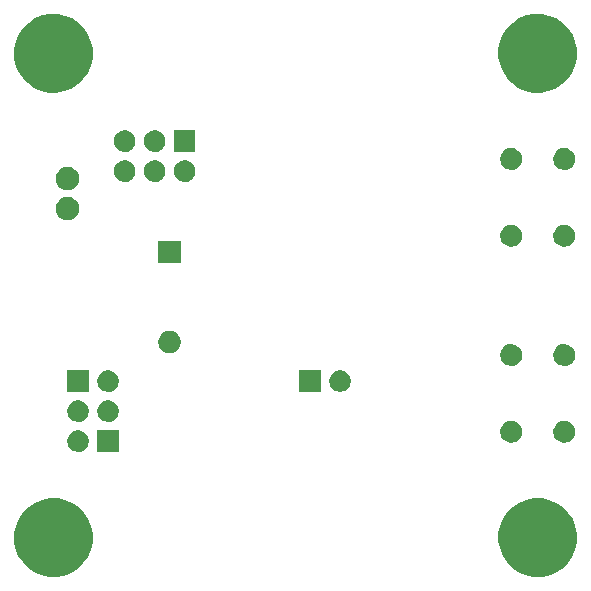
<source format=gbs>
G04 (created by PCBNEW (2013-04-19 BZR 4011)-stable) date 22/12/2014 13:34:27*
%MOIN*%
G04 Gerber Fmt 3.4, Leading zero omitted, Abs format*
%FSLAX34Y34*%
G01*
G70*
G90*
G04 APERTURE LIST*
%ADD10C,0*%
G04 APERTURE END LIST*
G54D10*
G36*
X24090Y-21463D02*
X24089Y-21547D01*
X24071Y-21625D01*
X24041Y-21692D01*
X23995Y-21757D01*
X23942Y-21808D01*
X23875Y-21850D01*
X23806Y-21877D01*
X23728Y-21891D01*
X23655Y-21889D01*
X23577Y-21872D01*
X23510Y-21843D01*
X23444Y-21797D01*
X23393Y-21744D01*
X23350Y-21677D01*
X23323Y-21609D01*
X23309Y-21531D01*
X23310Y-21457D01*
X23326Y-21379D01*
X23355Y-21312D01*
X23400Y-21246D01*
X23452Y-21195D01*
X23519Y-21151D01*
X23587Y-21124D01*
X23666Y-21109D01*
X23739Y-21109D01*
X23817Y-21126D01*
X23884Y-21154D01*
X23951Y-21199D01*
X24002Y-21250D01*
X24047Y-21317D01*
X24074Y-21384D01*
X24090Y-21463D01*
X24090Y-21463D01*
G37*
G36*
X24090Y-22463D02*
X24089Y-22547D01*
X24071Y-22625D01*
X24041Y-22692D01*
X23995Y-22757D01*
X23942Y-22808D01*
X23875Y-22850D01*
X23806Y-22877D01*
X23728Y-22891D01*
X23655Y-22889D01*
X23577Y-22872D01*
X23510Y-22843D01*
X23444Y-22797D01*
X23393Y-22744D01*
X23350Y-22677D01*
X23323Y-22609D01*
X23309Y-22531D01*
X23310Y-22457D01*
X23326Y-22379D01*
X23355Y-22312D01*
X23400Y-22246D01*
X23452Y-22195D01*
X23519Y-22151D01*
X23587Y-22124D01*
X23666Y-22109D01*
X23739Y-22109D01*
X23817Y-22126D01*
X23884Y-22154D01*
X23951Y-22199D01*
X24002Y-22250D01*
X24047Y-22317D01*
X24074Y-22384D01*
X24090Y-22463D01*
X24090Y-22463D01*
G37*
G36*
X24410Y-29216D02*
X24409Y-29293D01*
X24392Y-29365D01*
X24365Y-29427D01*
X24322Y-29487D01*
X24273Y-29534D01*
X24211Y-29573D01*
X24148Y-29598D01*
X24076Y-29610D01*
X24008Y-29609D01*
X23936Y-29593D01*
X23874Y-29566D01*
X23814Y-29524D01*
X23767Y-29476D01*
X23727Y-29413D01*
X23702Y-29351D01*
X23689Y-29278D01*
X23690Y-29211D01*
X23705Y-29138D01*
X23732Y-29077D01*
X23773Y-29016D01*
X23821Y-28969D01*
X23883Y-28928D01*
X23946Y-28903D01*
X24019Y-28889D01*
X24086Y-28889D01*
X24158Y-28904D01*
X24220Y-28930D01*
X24282Y-28972D01*
X24329Y-29019D01*
X24370Y-29081D01*
X24395Y-29143D01*
X24410Y-29216D01*
X24410Y-29216D01*
G37*
G36*
X24410Y-30216D02*
X24409Y-30293D01*
X24392Y-30365D01*
X24365Y-30427D01*
X24322Y-30487D01*
X24273Y-30534D01*
X24211Y-30573D01*
X24148Y-30598D01*
X24076Y-30610D01*
X24008Y-30609D01*
X23936Y-30593D01*
X23874Y-30566D01*
X23814Y-30524D01*
X23767Y-30476D01*
X23727Y-30413D01*
X23702Y-30351D01*
X23689Y-30278D01*
X23690Y-30211D01*
X23705Y-30138D01*
X23732Y-30077D01*
X23773Y-30016D01*
X23821Y-29969D01*
X23883Y-29928D01*
X23946Y-29903D01*
X24019Y-29889D01*
X24086Y-29889D01*
X24158Y-29904D01*
X24220Y-29930D01*
X24282Y-29972D01*
X24329Y-30019D01*
X24370Y-30081D01*
X24395Y-30143D01*
X24410Y-30216D01*
X24410Y-30216D01*
G37*
G36*
X24410Y-28610D02*
X23689Y-28610D01*
X23689Y-27889D01*
X24410Y-27889D01*
X24410Y-28610D01*
X24410Y-28610D01*
G37*
G36*
X24538Y-17195D02*
X24534Y-17486D01*
X24477Y-17739D01*
X24373Y-17971D01*
X24223Y-18184D01*
X24040Y-18359D01*
X23820Y-18498D01*
X23583Y-18590D01*
X23327Y-18635D01*
X23074Y-18630D01*
X22820Y-18574D01*
X22587Y-18472D01*
X22373Y-18324D01*
X22197Y-18141D01*
X22056Y-17923D01*
X21963Y-17687D01*
X21916Y-17431D01*
X21919Y-17177D01*
X21973Y-16923D01*
X22073Y-16690D01*
X22220Y-16475D01*
X22402Y-16297D01*
X22619Y-16155D01*
X22854Y-16060D01*
X23110Y-16011D01*
X23364Y-16013D01*
X23619Y-16065D01*
X23852Y-16163D01*
X24068Y-16309D01*
X24247Y-16489D01*
X24391Y-16706D01*
X24488Y-16940D01*
X24538Y-17195D01*
X24538Y-17195D01*
G37*
G36*
X24538Y-33337D02*
X24534Y-33628D01*
X24477Y-33881D01*
X24373Y-34113D01*
X24223Y-34325D01*
X24040Y-34501D01*
X23820Y-34640D01*
X23583Y-34732D01*
X23327Y-34777D01*
X23074Y-34771D01*
X22820Y-34716D01*
X22587Y-34614D01*
X22373Y-34466D01*
X22197Y-34283D01*
X22056Y-34064D01*
X21963Y-33829D01*
X21916Y-33573D01*
X21919Y-33319D01*
X21973Y-33064D01*
X22073Y-32831D01*
X22220Y-32616D01*
X22402Y-32439D01*
X22619Y-32297D01*
X22854Y-32202D01*
X23110Y-32153D01*
X23364Y-32155D01*
X23619Y-32207D01*
X23852Y-32305D01*
X24068Y-32451D01*
X24247Y-32631D01*
X24391Y-32848D01*
X24488Y-33082D01*
X24538Y-33337D01*
X24538Y-33337D01*
G37*
G36*
X25410Y-28216D02*
X25409Y-28293D01*
X25392Y-28365D01*
X25365Y-28427D01*
X25322Y-28487D01*
X25273Y-28534D01*
X25211Y-28573D01*
X25148Y-28598D01*
X25076Y-28610D01*
X25008Y-28609D01*
X24936Y-28593D01*
X24874Y-28566D01*
X24814Y-28524D01*
X24767Y-28476D01*
X24727Y-28413D01*
X24702Y-28351D01*
X24689Y-28278D01*
X24690Y-28211D01*
X24705Y-28138D01*
X24732Y-28077D01*
X24773Y-28016D01*
X24821Y-27969D01*
X24883Y-27928D01*
X24946Y-27903D01*
X25019Y-27889D01*
X25086Y-27889D01*
X25158Y-27904D01*
X25220Y-27930D01*
X25282Y-27972D01*
X25329Y-28019D01*
X25370Y-28081D01*
X25395Y-28143D01*
X25410Y-28216D01*
X25410Y-28216D01*
G37*
G36*
X25410Y-29216D02*
X25409Y-29293D01*
X25392Y-29365D01*
X25365Y-29427D01*
X25322Y-29487D01*
X25273Y-29534D01*
X25211Y-29573D01*
X25148Y-29598D01*
X25076Y-29610D01*
X25008Y-29609D01*
X24936Y-29593D01*
X24874Y-29566D01*
X24814Y-29524D01*
X24767Y-29476D01*
X24727Y-29413D01*
X24702Y-29351D01*
X24689Y-29278D01*
X24690Y-29211D01*
X24705Y-29138D01*
X24732Y-29077D01*
X24773Y-29016D01*
X24821Y-28969D01*
X24883Y-28928D01*
X24946Y-28903D01*
X25019Y-28889D01*
X25086Y-28889D01*
X25158Y-28904D01*
X25220Y-28930D01*
X25282Y-28972D01*
X25329Y-29019D01*
X25370Y-29081D01*
X25395Y-29143D01*
X25410Y-29216D01*
X25410Y-29216D01*
G37*
G36*
X25410Y-30610D02*
X24689Y-30610D01*
X24689Y-29889D01*
X25410Y-29889D01*
X25410Y-30610D01*
X25410Y-30610D01*
G37*
G36*
X25960Y-20216D02*
X25959Y-20293D01*
X25942Y-20365D01*
X25915Y-20427D01*
X25872Y-20487D01*
X25823Y-20534D01*
X25761Y-20573D01*
X25698Y-20598D01*
X25626Y-20610D01*
X25558Y-20609D01*
X25486Y-20593D01*
X25424Y-20566D01*
X25364Y-20524D01*
X25317Y-20476D01*
X25277Y-20413D01*
X25252Y-20351D01*
X25239Y-20278D01*
X25240Y-20211D01*
X25255Y-20138D01*
X25282Y-20077D01*
X25323Y-20016D01*
X25371Y-19969D01*
X25433Y-19928D01*
X25496Y-19903D01*
X25569Y-19889D01*
X25636Y-19889D01*
X25708Y-19904D01*
X25770Y-19930D01*
X25832Y-19972D01*
X25879Y-20019D01*
X25920Y-20081D01*
X25945Y-20143D01*
X25960Y-20216D01*
X25960Y-20216D01*
G37*
G36*
X25960Y-21216D02*
X25959Y-21293D01*
X25942Y-21365D01*
X25915Y-21427D01*
X25872Y-21487D01*
X25823Y-21534D01*
X25761Y-21573D01*
X25698Y-21598D01*
X25626Y-21610D01*
X25558Y-21609D01*
X25486Y-21593D01*
X25424Y-21566D01*
X25364Y-21524D01*
X25317Y-21476D01*
X25277Y-21413D01*
X25252Y-21351D01*
X25239Y-21278D01*
X25240Y-21211D01*
X25255Y-21138D01*
X25282Y-21077D01*
X25323Y-21016D01*
X25371Y-20969D01*
X25433Y-20928D01*
X25496Y-20903D01*
X25569Y-20889D01*
X25636Y-20889D01*
X25708Y-20904D01*
X25770Y-20930D01*
X25832Y-20972D01*
X25879Y-21019D01*
X25920Y-21081D01*
X25945Y-21143D01*
X25960Y-21216D01*
X25960Y-21216D01*
G37*
G36*
X26960Y-20216D02*
X26959Y-20293D01*
X26942Y-20365D01*
X26915Y-20427D01*
X26872Y-20487D01*
X26823Y-20534D01*
X26761Y-20573D01*
X26698Y-20598D01*
X26626Y-20610D01*
X26558Y-20609D01*
X26486Y-20593D01*
X26424Y-20566D01*
X26364Y-20524D01*
X26317Y-20476D01*
X26277Y-20413D01*
X26252Y-20351D01*
X26239Y-20278D01*
X26240Y-20211D01*
X26255Y-20138D01*
X26282Y-20077D01*
X26323Y-20016D01*
X26371Y-19969D01*
X26433Y-19928D01*
X26496Y-19903D01*
X26569Y-19889D01*
X26636Y-19889D01*
X26708Y-19904D01*
X26770Y-19930D01*
X26832Y-19972D01*
X26879Y-20019D01*
X26920Y-20081D01*
X26945Y-20143D01*
X26960Y-20216D01*
X26960Y-20216D01*
G37*
G36*
X26960Y-21216D02*
X26959Y-21293D01*
X26942Y-21365D01*
X26915Y-21427D01*
X26872Y-21487D01*
X26823Y-21534D01*
X26761Y-21573D01*
X26698Y-21598D01*
X26626Y-21610D01*
X26558Y-21609D01*
X26486Y-21593D01*
X26424Y-21566D01*
X26364Y-21524D01*
X26317Y-21476D01*
X26277Y-21413D01*
X26252Y-21351D01*
X26239Y-21278D01*
X26240Y-21211D01*
X26255Y-21138D01*
X26282Y-21077D01*
X26323Y-21016D01*
X26371Y-20969D01*
X26433Y-20928D01*
X26496Y-20903D01*
X26569Y-20889D01*
X26636Y-20889D01*
X26708Y-20904D01*
X26770Y-20930D01*
X26832Y-20972D01*
X26879Y-21019D01*
X26920Y-21081D01*
X26945Y-21143D01*
X26960Y-21216D01*
X26960Y-21216D01*
G37*
G36*
X27475Y-26910D02*
X27474Y-26991D01*
X27457Y-27066D01*
X27428Y-27130D01*
X27384Y-27193D01*
X27333Y-27242D01*
X27268Y-27283D01*
X27202Y-27308D01*
X27127Y-27322D01*
X27056Y-27320D01*
X26982Y-27304D01*
X26917Y-27275D01*
X26854Y-27232D01*
X26805Y-27181D01*
X26763Y-27116D01*
X26738Y-27051D01*
X26724Y-26975D01*
X26725Y-26905D01*
X26741Y-26830D01*
X26768Y-26765D01*
X26812Y-26702D01*
X26862Y-26653D01*
X26926Y-26611D01*
X26991Y-26584D01*
X27067Y-26570D01*
X27137Y-26570D01*
X27213Y-26586D01*
X27277Y-26613D01*
X27341Y-26656D01*
X27390Y-26706D01*
X27433Y-26770D01*
X27460Y-26835D01*
X27475Y-26910D01*
X27475Y-26910D01*
G37*
G36*
X27475Y-24329D02*
X26724Y-24329D01*
X26724Y-23578D01*
X27475Y-23578D01*
X27475Y-24329D01*
X27475Y-24329D01*
G37*
G36*
X27960Y-21216D02*
X27959Y-21293D01*
X27942Y-21365D01*
X27915Y-21427D01*
X27872Y-21487D01*
X27823Y-21534D01*
X27761Y-21573D01*
X27698Y-21598D01*
X27626Y-21610D01*
X27558Y-21609D01*
X27486Y-21593D01*
X27424Y-21566D01*
X27364Y-21524D01*
X27317Y-21476D01*
X27277Y-21413D01*
X27252Y-21351D01*
X27239Y-21278D01*
X27240Y-21211D01*
X27255Y-21138D01*
X27282Y-21077D01*
X27323Y-21016D01*
X27371Y-20969D01*
X27433Y-20928D01*
X27496Y-20903D01*
X27569Y-20889D01*
X27636Y-20889D01*
X27708Y-20904D01*
X27770Y-20930D01*
X27832Y-20972D01*
X27879Y-21019D01*
X27920Y-21081D01*
X27945Y-21143D01*
X27960Y-21216D01*
X27960Y-21216D01*
G37*
G36*
X27960Y-20610D02*
X27239Y-20610D01*
X27239Y-19889D01*
X27960Y-19889D01*
X27960Y-20610D01*
X27960Y-20610D01*
G37*
G36*
X32143Y-28608D02*
X31423Y-28608D01*
X31423Y-27887D01*
X32143Y-27887D01*
X32143Y-28608D01*
X32143Y-28608D01*
G37*
G36*
X33143Y-28214D02*
X33142Y-28291D01*
X33126Y-28363D01*
X33098Y-28425D01*
X33056Y-28485D01*
X33007Y-28532D01*
X32945Y-28571D01*
X32882Y-28596D01*
X32809Y-28608D01*
X32742Y-28607D01*
X32670Y-28591D01*
X32608Y-28564D01*
X32547Y-28522D01*
X32500Y-28474D01*
X32460Y-28411D01*
X32436Y-28349D01*
X32422Y-28276D01*
X32423Y-28209D01*
X32439Y-28136D01*
X32465Y-28075D01*
X32507Y-28014D01*
X32555Y-27967D01*
X32617Y-27926D01*
X32679Y-27901D01*
X32752Y-27887D01*
X32819Y-27887D01*
X32892Y-27902D01*
X32953Y-27928D01*
X33015Y-27970D01*
X33062Y-28017D01*
X33103Y-28079D01*
X33129Y-28141D01*
X33143Y-28214D01*
X33143Y-28214D01*
G37*
G36*
X38849Y-20811D02*
X38848Y-20890D01*
X38831Y-20963D01*
X38803Y-21025D01*
X38760Y-21086D01*
X38711Y-21134D01*
X38648Y-21174D01*
X38584Y-21198D01*
X38510Y-21211D01*
X38442Y-21210D01*
X38369Y-21194D01*
X38306Y-21167D01*
X38245Y-21124D01*
X38197Y-21075D01*
X38156Y-21012D01*
X38131Y-20948D01*
X38118Y-20875D01*
X38119Y-20806D01*
X38134Y-20733D01*
X38161Y-20670D01*
X38204Y-20608D01*
X38252Y-20561D01*
X38315Y-20519D01*
X38378Y-20494D01*
X38452Y-20480D01*
X38520Y-20480D01*
X38594Y-20495D01*
X38656Y-20522D01*
X38719Y-20564D01*
X38767Y-20612D01*
X38808Y-20675D01*
X38834Y-20738D01*
X38849Y-20811D01*
X38849Y-20811D01*
G37*
G36*
X38849Y-23371D02*
X38848Y-23450D01*
X38831Y-23523D01*
X38803Y-23585D01*
X38760Y-23646D01*
X38711Y-23694D01*
X38648Y-23734D01*
X38584Y-23758D01*
X38510Y-23771D01*
X38442Y-23770D01*
X38369Y-23754D01*
X38306Y-23727D01*
X38245Y-23684D01*
X38197Y-23635D01*
X38156Y-23572D01*
X38131Y-23508D01*
X38118Y-23435D01*
X38119Y-23366D01*
X38134Y-23293D01*
X38161Y-23230D01*
X38204Y-23168D01*
X38252Y-23121D01*
X38315Y-23079D01*
X38378Y-23054D01*
X38452Y-23040D01*
X38520Y-23040D01*
X38594Y-23055D01*
X38656Y-23082D01*
X38719Y-23124D01*
X38767Y-23172D01*
X38808Y-23235D01*
X38834Y-23298D01*
X38849Y-23371D01*
X38849Y-23371D01*
G37*
G36*
X38849Y-27347D02*
X38848Y-27426D01*
X38831Y-27498D01*
X38803Y-27561D01*
X38760Y-27622D01*
X38711Y-27669D01*
X38648Y-27709D01*
X38584Y-27734D01*
X38510Y-27747D01*
X38442Y-27745D01*
X38369Y-27729D01*
X38306Y-27702D01*
X38245Y-27659D01*
X38197Y-27610D01*
X38156Y-27547D01*
X38131Y-27484D01*
X38118Y-27410D01*
X38119Y-27342D01*
X38134Y-27268D01*
X38161Y-27206D01*
X38204Y-27144D01*
X38252Y-27096D01*
X38315Y-27055D01*
X38378Y-27029D01*
X38452Y-27015D01*
X38520Y-27016D01*
X38594Y-27031D01*
X38656Y-27057D01*
X38719Y-27099D01*
X38767Y-27148D01*
X38808Y-27210D01*
X38834Y-27273D01*
X38849Y-27347D01*
X38849Y-27347D01*
G37*
G36*
X38849Y-29907D02*
X38848Y-29986D01*
X38831Y-30058D01*
X38803Y-30121D01*
X38760Y-30182D01*
X38711Y-30229D01*
X38648Y-30269D01*
X38584Y-30294D01*
X38510Y-30307D01*
X38442Y-30305D01*
X38369Y-30289D01*
X38306Y-30262D01*
X38245Y-30219D01*
X38197Y-30170D01*
X38156Y-30107D01*
X38131Y-30044D01*
X38118Y-29970D01*
X38119Y-29902D01*
X38134Y-29828D01*
X38161Y-29766D01*
X38204Y-29704D01*
X38252Y-29656D01*
X38315Y-29615D01*
X38378Y-29589D01*
X38452Y-29575D01*
X38520Y-29576D01*
X38594Y-29591D01*
X38656Y-29617D01*
X38719Y-29659D01*
X38767Y-29708D01*
X38808Y-29770D01*
X38834Y-29833D01*
X38849Y-29907D01*
X38849Y-29907D01*
G37*
G36*
X40621Y-20811D02*
X40620Y-20890D01*
X40603Y-20963D01*
X40575Y-21025D01*
X40532Y-21086D01*
X40483Y-21134D01*
X40420Y-21174D01*
X40356Y-21198D01*
X40282Y-21211D01*
X40214Y-21210D01*
X40141Y-21194D01*
X40078Y-21167D01*
X40017Y-21124D01*
X39969Y-21075D01*
X39928Y-21012D01*
X39903Y-20948D01*
X39890Y-20875D01*
X39891Y-20806D01*
X39906Y-20733D01*
X39933Y-20670D01*
X39976Y-20608D01*
X40024Y-20561D01*
X40087Y-20519D01*
X40150Y-20494D01*
X40224Y-20480D01*
X40292Y-20480D01*
X40366Y-20495D01*
X40428Y-20522D01*
X40491Y-20564D01*
X40539Y-20612D01*
X40580Y-20675D01*
X40606Y-20738D01*
X40621Y-20811D01*
X40621Y-20811D01*
G37*
G36*
X40621Y-23371D02*
X40620Y-23450D01*
X40603Y-23523D01*
X40575Y-23585D01*
X40532Y-23646D01*
X40483Y-23694D01*
X40420Y-23734D01*
X40356Y-23758D01*
X40282Y-23771D01*
X40214Y-23770D01*
X40141Y-23754D01*
X40078Y-23727D01*
X40017Y-23684D01*
X39969Y-23635D01*
X39928Y-23572D01*
X39903Y-23508D01*
X39890Y-23435D01*
X39891Y-23366D01*
X39906Y-23293D01*
X39933Y-23230D01*
X39976Y-23168D01*
X40024Y-23121D01*
X40087Y-23079D01*
X40150Y-23054D01*
X40224Y-23040D01*
X40292Y-23040D01*
X40366Y-23055D01*
X40428Y-23082D01*
X40491Y-23124D01*
X40539Y-23172D01*
X40580Y-23235D01*
X40606Y-23298D01*
X40621Y-23371D01*
X40621Y-23371D01*
G37*
G36*
X40621Y-27347D02*
X40620Y-27426D01*
X40603Y-27498D01*
X40575Y-27561D01*
X40532Y-27622D01*
X40483Y-27669D01*
X40420Y-27709D01*
X40356Y-27734D01*
X40282Y-27747D01*
X40214Y-27745D01*
X40141Y-27729D01*
X40078Y-27702D01*
X40017Y-27659D01*
X39969Y-27610D01*
X39928Y-27547D01*
X39903Y-27484D01*
X39890Y-27410D01*
X39891Y-27342D01*
X39906Y-27268D01*
X39933Y-27206D01*
X39976Y-27144D01*
X40024Y-27096D01*
X40087Y-27055D01*
X40150Y-27029D01*
X40224Y-27015D01*
X40292Y-27016D01*
X40366Y-27031D01*
X40428Y-27057D01*
X40491Y-27099D01*
X40539Y-27148D01*
X40580Y-27210D01*
X40606Y-27273D01*
X40621Y-27347D01*
X40621Y-27347D01*
G37*
G36*
X40621Y-29907D02*
X40620Y-29986D01*
X40603Y-30058D01*
X40575Y-30121D01*
X40532Y-30182D01*
X40483Y-30229D01*
X40420Y-30269D01*
X40356Y-30294D01*
X40282Y-30307D01*
X40214Y-30305D01*
X40141Y-30289D01*
X40078Y-30262D01*
X40017Y-30219D01*
X39969Y-30170D01*
X39928Y-30107D01*
X39903Y-30044D01*
X39890Y-29970D01*
X39891Y-29902D01*
X39906Y-29828D01*
X39933Y-29766D01*
X39976Y-29704D01*
X40024Y-29656D01*
X40087Y-29615D01*
X40150Y-29589D01*
X40224Y-29575D01*
X40292Y-29576D01*
X40366Y-29591D01*
X40428Y-29617D01*
X40491Y-29659D01*
X40539Y-29708D01*
X40580Y-29770D01*
X40606Y-29833D01*
X40621Y-29907D01*
X40621Y-29907D01*
G37*
G36*
X40680Y-17195D02*
X40676Y-17486D01*
X40618Y-17739D01*
X40515Y-17971D01*
X40365Y-18184D01*
X40181Y-18359D01*
X39962Y-18498D01*
X39725Y-18590D01*
X39469Y-18635D01*
X39215Y-18630D01*
X38961Y-18574D01*
X38729Y-18472D01*
X38515Y-18324D01*
X38339Y-18141D01*
X38198Y-17923D01*
X38105Y-17687D01*
X38058Y-17431D01*
X38061Y-17177D01*
X38115Y-16923D01*
X38215Y-16690D01*
X38362Y-16475D01*
X38543Y-16297D01*
X38761Y-16155D01*
X38996Y-16060D01*
X39252Y-16011D01*
X39505Y-16013D01*
X39761Y-16065D01*
X39994Y-16163D01*
X40210Y-16309D01*
X40389Y-16489D01*
X40533Y-16706D01*
X40629Y-16940D01*
X40680Y-17195D01*
X40680Y-17195D01*
G37*
G36*
X40680Y-33337D02*
X40676Y-33628D01*
X40618Y-33881D01*
X40515Y-34113D01*
X40365Y-34325D01*
X40181Y-34501D01*
X39962Y-34640D01*
X39725Y-34732D01*
X39469Y-34777D01*
X39215Y-34771D01*
X38961Y-34716D01*
X38729Y-34614D01*
X38515Y-34466D01*
X38339Y-34283D01*
X38198Y-34064D01*
X38105Y-33829D01*
X38058Y-33573D01*
X38061Y-33319D01*
X38115Y-33064D01*
X38215Y-32831D01*
X38362Y-32616D01*
X38543Y-32439D01*
X38761Y-32297D01*
X38996Y-32202D01*
X39252Y-32153D01*
X39505Y-32155D01*
X39761Y-32207D01*
X39994Y-32305D01*
X40210Y-32451D01*
X40389Y-32631D01*
X40533Y-32848D01*
X40629Y-33082D01*
X40680Y-33337D01*
X40680Y-33337D01*
G37*
M02*

</source>
